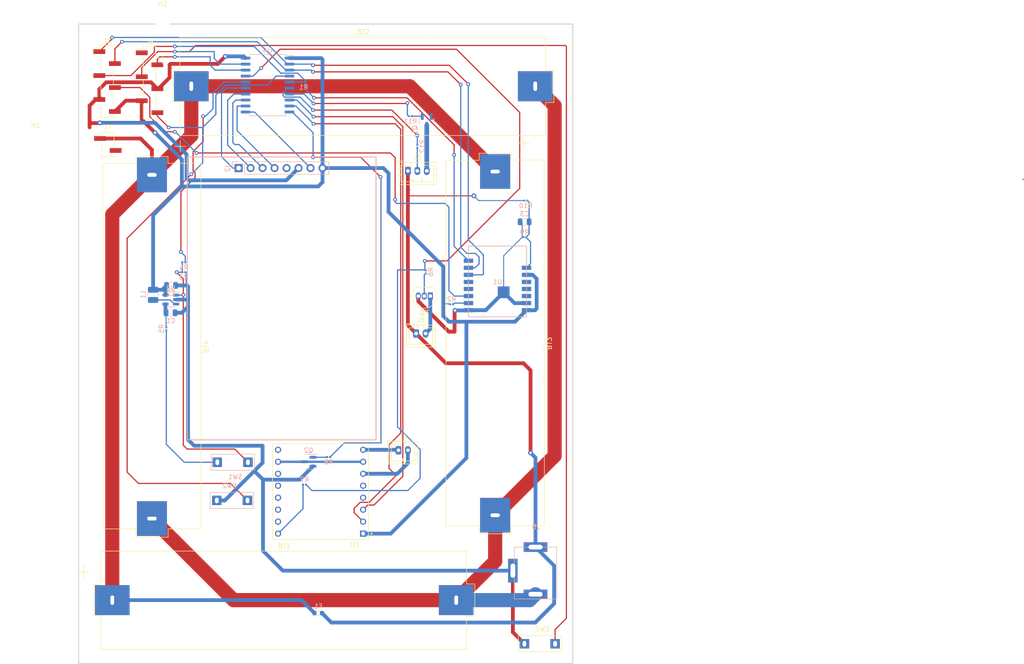
<source format=kicad_pcb>
(kicad_pcb (version 20211014) (generator pcbnew)
  (layers (0 "F.Cu" signal) (31 "B.Cu" signal) (34 "B.Paste" user) (35 "F.Paste" user) (36 "B.SilkS" user "B.Silkscreen") (37 "F.SilkS" user "F.Silkscreen") (38 "B.Mask" user) (39 "F.Mask" user) (44 "Edge.Cuts" user))
  (net 0 "")
  (net 1 "+BATT")
  (net 2 "GND")
  (net 3 "+3V3")
  (net 4 "Net-(C3-Pad1)")
  (net 5 "Net-(J1-Pad1)")
  (net 6 "Net-(J1-Pad3)")
  (net 7 "Net-(J1-Pad2)")
  (net 8 "Net-(J1-Pad4)")
  (net 9 "Net-(J2-Pad1)")
  (net 10 "Net-(J2-Pad2)")
  (net 11 "Net-(J2-Pad4)")
  (net 13 "Net-(J2-Pad7)")
  (net 14 "Net-(J3-Pad2)")
  (net 15 "Net-(J3-Pad3)")
  (net 16 "Net-(J4-Pad1)")
  (net 17 "Net-(J4-Pad2)")
  (net 18 "Net-(J5-Pad2)")
  (net 20 "Net-(J6-Pad3)")
  (net 21 "Net-(J6-Pad2)")
  (net 22 "Net-(J6-Pad6)")
  (net 23 "Net-(L1-Pad2)")
  (net 24 "Net-(Q1-Pad1)")
  (net 25 "Net-(Q2-Pad1)")
  (net 26 "Net-(Q2-Pad3)")
  (net 27 "Net-(Q3-Pad2)")
  (net 28 "Net-(R1-Pad1)")
  (net 29 "Net-(R2-Pad1)")
  (net 30 "Net-(R3-Pad1)")
  (net 31 "Net-(R4-Pad2)")
  (net 32 "Net-(R5-Pad2)")
  (net 33 "Net-(R6-Pad2)")
  (net 34 "Net-(R7-Pad2)")
  (net 35 "Net-(R8-Pad2)")
  (net 36 "Net-(R11-Pad1)")
  (net 46 "Net-(U3-Pad3)")
  (net 49 "Net-(U3-Pad2)")
  (net 52 "Net-(J2-Pad3)")
  (net 53 "Net-(R12-Pad2)")
  (net 54 "/-Battery Unfused")
  (net 55 "/+Battery Unfused")
  (footprint "MJT-General:BatteryHolder_1x18650_TH" (layer "F.Cu") (at 128 90.7925 -90)
    (fp_text reference "BT3")
    (fp_text value "Battery_Cell")
  )
  (footprint "Connector_PinHeader_2.54mm:PinHeader_1x06_P2.54mm_Vertical_SMD_Pin1Left" (layer "F.Cu") (at 45.75 35.25)
    (fp_text reference "J1")
    (fp_text value "ESP Diag")
  )
  (footprint "MountingHole:MountingHole_3.7mm" (layer "F.Cu") (at 112.9 100.9)
    (fp_text reference "H3" hide)
    (fp_text value "Antenna Cable" hide)
  )
  (footprint "Connector_JST:JST_PH_B2B-PH-K_1x02_P2.00mm_Vertical" (layer "F.Cu") (at 111.25 88.7)
    (fp_text reference "J5")
    (fp_text value "PWM Speaker")
  )
  (footprint "MountingHole:MountingHole_3.2mm_M3_DIN965" (layer "F.Cu") (at 30.6 48.4)
    (fp_text reference "H1")
    (fp_text value "Orientation Guide 2")
  )
  (footprint "Connector_PinHeader_2.54mm:PinHeader_1x02_P2.54mm_Vertical_SMD_Pin1Left" (layer "F.Cu") (at 45.9 48.6)
    (fp_text reference "J7")
    (fp_text value "Conn_01x01")
  )
  (footprint "MJT-General:SW_DIP_SPSTx01_Piano_10.8x4.1mm_W7.62mm_P2.54mm" (layer "F.Cu") (at 134.2 154.5)
    (fp_text reference "SW3")
    (fp_text value "Tamper Detect")
  )
  (footprint "Connector_JST:JST_PH_B2B-PH-K_1x02_P2.00mm_Vertical" (layer "F.Cu") (at 107.5 113.45)
    (fp_text reference "J4")
    (fp_text value "DFR Speaker")
  )
  (footprint "DFR0299:MODULE_DFR0299" (layer "F.Cu") (at 91 122.25 180)
    (fp_text reference "U3")
    (fp_text value "DFR0299")
  )
  (footprint "MJT-General:BatteryHolder_1x18650_TH" (layer "F.Cu") (at 100.0425 36.25)
    (fp_text reference "BT2")
    (fp_text value "Battery_Cell")
  )
  (footprint "Connector_JST:JST_PH_B3B-PH-K_1x03_P2.00mm_Vertical" (layer "F.Cu") (at 109.5 54.2)
    (fp_text reference "J3")
    (fp_text value "Neopixel")
  )
  (footprint "Connector_PinHeader_2.54mm:PinHeader_1x06_P2.54mm_Vertical_SMD_Pin1Left" (layer "F.Cu") (at 54.75 35.5)
    (fp_text reference "J6")
    (fp_text value "PIC Diag")
  )
  (footprint "Package_TO_SOT_THT:TO-92_Inline" (layer "F.Cu") (at 114.25 80.75 180)
    (fp_text reference "Q3")
    (fp_text value "BC549")
  )
  (footprint "MountingHole:MountingHole_3.2mm_M3_DIN965" (layer "F.Cu") (at 57.5 22.6)
    (fp_text reference "H2")
    (fp_text value "Orientation Guide 1")
  )
  (footprint "MJT-General:BatteryHolder_1x18650_TH" (layer "F.Cu") (at 83.2925 145.25)
    (fp_text reference "BT1")
    (fp_text value "Battery_Cell")
  )
  (footprint "MJT-General:BatteryHolder_1x18650_TH" (layer "F.Cu") (at 55.25 91.5 -90)
    (fp_text reference "BT4")
    (fp_text value "Battery_Cell")
  )
  (footprint "Capacitor_SMD:C_0805_2012Metric" (layer "B.Cu") (at 59.2 84.3)
    (fp_text reference "C1")
    (fp_text value "LMK212BJ106KG-T" hide)
  )
  (footprint "ESP:ESP-M1" (layer "B.Cu") (at 128.5 77.75 180)
    (fp_text reference "U1")
    (fp_text value "ESP-M1")
  )
  (footprint "MJT-General:SW_DIP_SPSTx01_Piano_10.8x4.1mm_W7.62mm_P2.54mm" (layer "B.Cu") (at 75.5 124.1 180)
    (fp_text reference "SW2")
    (fp_text value "Reset")
  )
  (footprint "Capacitor_SMD:C_0805_2012Metric" (layer "B.Cu") (at 134.25 65 180)
    (fp_text reference "C3")
    (fp_text value "LMK212BJ106KG-T" hide)
  )
  (footprint "Package_SO:SOIC-20W_7.5x12.8mm_P1.27mm" (layer "B.Cu") (at 79.75 36 180)
    (fp_text reference "U4")
    (fp_text value "PIC16F15345-I/SO")
  )
  (footprint "Resistor_SMD:R_0201_0603Metric" (layer "B.Cu") (at 134.5 60.5)
    (fp_text reference "R10")
    (fp_text value "10M")
  )
  (footprint "Resistor_SMD:R_0201_0603Metric" (layer "B.Cu") (at 87.595 120.75 180)
    (fp_text reference "R7")
    (fp_text value "100R")
  )
  (footprint "Capacitor_SMD:C_0805_2012Metric" (layer "B.Cu") (at 59.3 78.5)
    (fp_text reference "C2")
    (fp_text value "LMK212BJ106KG-T" hide)
  )
  (footprint "Connector_PinHeader_2.54mm:PinHeader_1x08_P2.54mm_Vertical" (layer "B.Cu") (at 73.625 53.6 -90)
    (fp_text reference "J2")
    (fp_text value "RFID Reader")
  )
  (footprint "Resistor_SMD:R_0201_0603Metric" (layer "B.Cu") (at 111.5 49 90)
    (fp_text reference "R12")
    (fp_text value "220R")
  )
  (footprint "MJT-General:PJ-028B Barrel Connector" (layer "B.Cu") (at 136.55 144 180)
    (fp_text reference "J8")
    (fp_text value "Barrel_Jack_Switch")
  )
  (footprint "Resistor_SMD:R_0201_0603Metric" (layer "B.Cu") (at 87.4 35.4)
    (fp_text reference "R1")
    (fp_text value "10k")
  )
  (footprint "Package_TO_SOT_SMD:SOT-23" (layer "B.Cu") (at 88.45 115.9 180)
    (fp_text reference "Q2")
    (fp_text value "MGSF2N02EL")
  )
  (footprint "MJT-General:SW_DIP_SPSTx01_Piano_10.8x4.1mm_W7.62mm_P2.54mm" (layer "B.Cu") (at 69.1 116)
    (fp_text reference "SW1")
    (fp_text value "Power On")
  )
  (footprint "Resistor_SMD:R_0201_0603Metric" (layer "B.Cu") (at 110 42.6)
    (fp_text reference "R11")
    (fp_text value "100R")
  )
  (footprint "Package_TO_SOT_SMD:TSOT-23-5" (layer "B.Cu") (at 59.25 81.5 180)
    (fp_text reference "U2")
    (fp_text value "PAM2301CAAB330" hide)
  )
  (footprint "Resistor_SMD:R_0201_0603Metric" (layer "B.Cu") (at 58.3 87.7 -90)
    (fp_text reference "R5")
    (fp_text value "20k")
  )
  (footprint "Resistor_SMD:R_0201_0603Metric" (layer "B.Cu") (at 92.7 114.9)
    (fp_text reference "R8")
    (fp_text value "100R")
  )
  (footprint "Resistor_SMD:R_0201_0603Metric" (layer "B.Cu") (at 62 73.6)
    (fp_text reference "R4")
    (fp_text value "10k")
  )
  (footprint "Package_TO_SOT_SMD:SOT-23" (layer "B.Cu") (at 113.5 43.6 -90)
    (fp_text reference "Q1")
    (fp_text value "MGSF2N02EL")
  )
  (footprint "Resistor_SMD:R_0201_0603Metric" (layer "B.Cu") (at 134.25 68.25 180)
    (fp_text reference "R9")
    (fp_text value "2M")
  )
  (footprint "Fuse:Fuse_0603_1608Metric" (layer "B.Cu") (at 90.5 148 180)
    (fp_text reference "F1")
    (fp_text value "Fuse")
  )
  (footprint "Resistor_SMD:R_0201_0603Metric" (layer "B.Cu") (at 62 75.7)
    (fp_text reference "R3")
    (fp_text value "20k")
  )
  (footprint "Inductor_SMD:L_1008_2520Metric" (layer "B.Cu") (at 55.5 80.5 -90)
    (fp_text reference "L1")
    (fp_text value "MAKK2520T4R7M" hide)
  )
  (footprint "Resistor_SMD:R_0201_0603Metric" (layer "B.Cu") (at 113.27 75.64 90)
    (fp_text reference "R6")
    (fp_text value "220R")
  )
  (footprint "Resistor_SMD:R_0201_0603Metric" (layer "B.Cu") (at 118.75 82.5 180)
    (fp_text reference "R2")
    (fp_text value "10k")
  )
  (gr_rect (start 240 56) (end 239.75 56) (layer "F.Cu") (width 0.2) (fill none))
  (gr_rect (start 62.75 51.25) (end 102.75 111.25) (layer "B.SilkS") (width 0.2) (fill none))
  (gr_rect (start 39.7 23.05) (end 144.45 158.7) (layer "Edge.Cuts") (width 0.2) (fill none))
  (segment (start 117.55 95) (end 134 95) (width 0.8) (layer "F.Cu") (net 1))
  (segment (start 109.5 59.5) (end 109.5 86.95) (width 0.8) (layer "F.Cu") (net 1))
  (segment (start 109.5 57.9) (end 109.5 59.5) (width 0.8) (layer "F.Cu") (net 1))
  (segment (start 109.5 86.95) (end 111.25 88.7) (width 0.8) (layer "F.Cu") (net 1))
  (segment (start 135.5 96.5) (end 135.5 114) (width 0.8) (layer "F.Cu") (net 1))
  (segment (start 123.5 59.5) (end 109.5 59.5) (width 0.2) (layer "F.Cu") (net 1))
  (segment (start 109.5 57.9) (end 109.5 54.2) (width 0.8) (layer "F.Cu") (net 1))
  (segment (start 111.25 88.7) (end 117.55 95) (width 0.8) (layer "F.Cu") (net 1))
  (segment (start 134 95) (end 135.5 96.5) (width 0.8) (layer "F.Cu") (net 1))
  (segment (start 109.9 58.3) (end 109.5 57.9) (width 0.2) (layer "F.Cu") (net 1))
  (via (at 123.5 59.5) (size 1) (drill 0.5) (layers "F.Cu" "B.Cu") (net 1))
  (via (at 135.5 114) (size 1) (drill 0.5) (layers "F.Cu" "B.Cu") (net 1))
  (segment (start 58.25 84.3) (end 58.25 87.19048) (width 0.2) (layer "B.Cu") (net 1))
  (segment (start 133 60.5) (end 124.5 60.5) (width 0.2) (layer "B.Cu") (net 1))
  (segment (start 93.2875 150) (end 91.2875 148) (width 0.8) (layer "B.Cu") (net 1))
  (segment (start 140.5 146) (end 136.5 150) (width 0.8) (layer "B.Cu") (net 1))
  (segment (start 136.55 115.05) (end 136.55 134) (width 0.8) (layer "B.Cu") (net 1))
  (segment (start 136.5 150) (end 93.2875 150) (width 0.8) (layer "B.Cu") (net 1))
  (segment (start 135.5 114) (end 136.55 115.05) (width 0.8) (layer "B.Cu") (net 1))
  (segment (start 133 60.5) (end 134.18 60.5) (width 0.2) (layer "B.Cu") (net 1))
  (segment (start 124.5 60.5) (end 123.5 59.5) (width 0.2) (layer "B.Cu") (net 1))
  (segment (start 58.1125 84.1625) (end 58.25 84.3) (width 0.8) (layer "B.Cu") (net 1))
  (segment (start 58.25 87.19048) (end 58.3 87.19048) (width 0.2) (layer "B.Cu") (net 1))
  (segment (start 58.1125 82.45) (end 58.1125 84.1625) (width 0.8) (layer "B.Cu") (net 1))
  (segment (start 140.5 137.95) (end 140.5 146) (width 0.8) (layer "B.Cu") (net 1))
  (segment (start 136.55 134) (end 140.5 137.95) (width 0.8) (layer "B.Cu") (net 1))
  (segment (start 56.63 36.77) (end 59 34.4) (width 0.8) (layer "F.Cu") (net 2))
  (segment (start 59 31.7) (end 59.2 31.5) (width 0.8) (layer "F.Cu") (net 2))
  (segment (start 69.2 31.5) (end 70.8 29.9) (width 0.8) (layer "F.Cu") (net 2))
  (segment (start 59 34.4) (end 59 31.7) (width 0.8) (layer "F.Cu") (net 2))
  (segment (start 55.035 35.4) (end 56.405 36.77) (width 0.8) (layer "F.Cu") (net 2))
  (segment (start 131.75 152.05) (end 131.75 139) (width 0.8) (layer "F.Cu") (net 2))
  (segment (start 111.71 81.85) (end 118.16 88.3) (width 0.8) (layer "F.Cu") (net 2))
  (segment (start 119.4 88.3) (end 119.4 83.9) (width 0.8) (layer "F.Cu") (net 2))
  (segment (start 69.1 31.5) (end 69.2 31.5) (width 0.8) (layer "F.Cu") (net 2))
  (segment (start 45.570978 35.4) (end 55.035 35.4) (width 0.8) (layer "F.Cu") (net 2))
  (segment (start 59.2 31.5) (end 69.1 31.5) (width 0.8) (layer "F.Cu") (net 2))
  (segment (start 44.14 44.06) (end 44.2 44) (width 0.8) (layer "F.Cu") (net 2))
  (segment (start 44.095 36.875978) (end 45.570978 35.4) (width 0.8) (layer "F.Cu") (net 2))
  (segment (start 42.04 44.06) (end 44.14 44.06) (width 0.8) (layer "F.Cu") (net 2))
  (segment (start 119.4 83.9) (end 119.5 83.8) (width 0.8) (layer "F.Cu") (net 2))
  (segment (start 134.2 154.5) (end 131.75 152.05) (width 0.8) (layer "F.Cu") (net 2))
  (segment (start 111.71 80.75) (end 111.71 81.85) (width 0.8) (layer "F.Cu") (net 2))
  (segment (start 42.04 40.36) (end 42.04 44.06) (width 0.8) (layer "F.Cu") (net 2))
  (segment (start 44.095 39.06) (end 44.095 36.875978) (width 0.8) (layer "F.Cu") (net 2))
  (segment (start 44.095 39.06) (end 43.34 39.06) (width 0.8) (layer "F.Cu") (net 2))
  (segment (start 43.34 39.06) (end 42.04 40.36) (width 0.8) (layer "F.Cu") (net 2))
  (segment (start 42.04 44.06) (end 42.04 44.96) (width 0.8) (layer "F.Cu") (net 2))
  (segment (start 56.405 36.77) (end 56.63 36.77) (width 0.8) (layer "F.Cu") (net 2))
  (segment (start 118.16 88.3) (end 119.4 88.3) (width 0.8) (layer "F.Cu") (net 2))
  (via (at 44.2 44) (size 1) (drill 0.5) (layers "F.Cu" "B.Cu") (net 2))
  (via (at 119.5 83.8) (size 1) (drill 0.5) (layers "F.Cu" "B.Cu") (net 2))
  (via (at 70.8 29.9) (size 1) (drill 0.5) (layers "F.Cu" "B.Cu") (net 2))
  (segment (start 119.5 83.8) (end 122.3 83.8) (width 0.8) (layer "B.Cu") (net 2))
  (segment (start 55.9 44) (end 62.600489 50.700489) (width 0.8) (layer "B.Cu") (net 2))
  (segment (start 86.543989 119.693511) (end 78.793511 119.693511) (width 0.8) (layer "B.Cu") (net 2))
  (segment (start 89.3875 116.85) (end 86.543989 119.693511) (width 0.8) (layer "B.Cu") (net 2))
  (segment (start 132.1 82.25) (end 129.8 79.95) (width 0.8) (layer "B.Cu") (net 2))
  (segment (start 70.699022 124.1) (end 69 124.1) (width 0.8) (layer "B.Cu") (net 2))
  (segment (start 44.2 44) (end 55.9 44) (width 0.8) (layer "B.Cu") (net 2))
  (segment (start 63 56.2) (end 83.725 56.2) (width 0.8) (layer "B.Cu") (net 2))
  (segment (start 62.9 81.4) (end 62.9 78.7) (width 0.8) (layer "B.Cu") (net 2))
  (segment (start 133.3 65) (end 133.74048 65.44048) (width 0.2) (layer "B.Cu") (net 2))
  (segment (start 62.9 111.2) (end 64.2 112.5) (width 0.8) (layer "B.Cu") (net 2))
  (segment (start 62.8 81.5) (end 62.9 81.4) (width 0.8) (layer "B.Cu") (net 2))
  (segment (start 60.15 84.3) (end 61.6 84.3) (width 0.8) (layer "B.Cu") (net 2))
  (segment (start 78.793511 119.693511) (end 76.949511 117.849511) (width 0.8) (layer "B.Cu") (net 2))
  (segment (start 62.600489 55.800489) (end 63 56.2) (width 0.8) (layer "B.Cu") (net 2))
  (segment (start 62.600489 50.700489) (end 62.600489 55.800489) (width 0.8) (layer "B.Cu") (net 2))
  (segment (start 129.8 79.95) (end 129.8 72.19048) (width 0.2) (layer "B.Cu") (net 2))
  (segment (start 74.715 29.9) (end 75.1 30.285) (width 0.8) (layer "B.Cu") (net 2))
  (segment (start 62.7 78.5) (end 60.25 78.5) (width 0.8) (layer "B.Cu") (net 2))
  (segment (start 131.75 139) (end 83 139) (width 0.8) (layer "B.Cu") (net 2))
  (segment (start 62.9 83) (end 62.9 111.2) (width 0.8) (layer "B.Cu") (net 2))
  (segment (start 78.793511 134.793511) (end 78.793511 119.693511) (width 0.8) (layer "B.Cu") (net 2))
  (segment (start 122.3 83.8) (end 122.35 83.75) (width 0.8) (layer "B.Cu") (net 2))
  (segment (start 62.9 78.7) (end 62.7 78.5) (width 0.8) (layer "B.Cu") (net 2))
  (segment (start 122.35 83.75) (end 126 83.75) (width 0.8) (layer "B.Cu") (net 2))
  (segment (start 133.74048 65.44048) (end 133.74048 68.25) (width 0.2) (layer "B.Cu") (net 2))
  (segment (start 129.8 72.19048) (end 133.74048 68.25) (width 0.2) (layer "B.Cu") (net 2))
  (segment (start 62.9 83) (end 62.9 81.4) (width 0.8) (layer "B.Cu") (net 2))
  (segment (start 78.7 116.099022) (end 70.699022 124.1) (width 0.8) (layer "B.Cu") (net 2))
  (segment (start 62.50952 78.30952) (end 62.50952 75.7) (width 0.25) (layer "B.Cu") (net 2))
  (segment (start 126 83.75) (end 129.8 79.95) (width 0.8) (layer "B.Cu") (net 2))
  (segment (start 83 139) (end 78.793511 134.793511) (width 0.8) (layer "B.Cu") (net 2))
  (segment (start 70.8 29.9) (end 74.715 29.9) (width 0.8) (layer "B.Cu") (net 2))
  (segment (start 61.6 84.3) (end 62.9 83) (width 0.8) (layer "B.Cu") (net 2))
  (segment (start 60.3875 81.5) (end 62.8 81.5) (width 0.8) (layer "B.Cu") (net 2))
  (segment (start 64.2 112.5) (end 78.7 112.5) (width 0.8) (layer "B.Cu") (net 2))
  (segment (start 78.7 112.5) (end 78.7 116.099022) (width 0.8) (layer "B.Cu") (net 2))
  (segment (start 134.65 82.25) (end 132.1 82.25) (width 0.8) (layer "B.Cu") (net 2))
  (segment (start 83.725 56.2) (end 86.325 53.6) (width 0.8) (layer "B.Cu") (net 2))
  (segment (start 53.095 39.31) (end 49.695 39.31) (width 0.8) (layer "F.Cu") (net 3))
  (segment (start 53.095 43.295) (end 55.9 46.1) (width 0.8) (layer "F.Cu") (net 3))
  (segment (start 53.095 39.31) (end 53.095 43.295) (width 0.8) (layer "F.Cu") (net 3))
  (segment (start 49.695 39.31) (end 47.405 41.6) (width 0.8) (layer "F.Cu") (net 3))
  (via (at 55.9 46.1) (size 1) (drill 0.5) (layers "F.Cu" "B.Cu") (net 3))
  (segment (start 117 82.4) (end 117 85) (width 0.8) (layer "B.Cu") (net 3))
  (segment (start 58.1125 78.7375) (end 58.35 78.5) (width 0.8) (layer "B.Cu") (net 3))
  (segment (start 117 85) (end 118.2 86.2) (width 0.8) (layer "B.Cu") (net 3))
  (segment (start 61.6 57.5) (end 90.5 57.5) (width 0.8) (layer "B.Cu") (net 3))
  (segment (start 55.5 79.425) (end 55.5 63.6) (width 0.8) (layer "B.Cu") (net 3))
  (segment (start 57.425 79.425) (end 58.35 78.5) (width 0.8) (layer "B.Cu") (net 3))
  (segment (start 90.5 57.5) (end 91.405 56.595) (width 0.8) (layer "B.Cu") (net 3))
  (segment (start 132.2 86.2) (end 121.9 86.2) (width 0.8) (layer "B.Cu") (net 3))
  (segment (start 55.5 79.425) (end 57.425 79.425) (width 0.8) (layer "B.Cu") (net 3))
  (segment (start 136.8 83.4) (end 136.45 83.75) (width 0.8) (layer "B.Cu") (net 3))
  (segment (start 91.115 30.285) (end 91.405 30.575) (width 0.8) (layer "B.Cu") (net 3))
  (segment (start 91.405 56.595) (end 91.405 53.6) (width 0.8) (layer "B.Cu") (net 3))
  (segment (start 136.45 83.75) (end 134.65 83.75) (width 0.8) (layer "B.Cu") (net 3))
  (segment (start 134.65 76.25) (end 135.95 76.25) (width 0.8) (layer "B.Cu") (net 3))
  (segment (start 84.4 30.285) (end 91.115 30.285) (width 0.8) (layer "B.Cu") (net 3))
  (segment (start 136.8 77.1) (end 136.8 83.4) (width 0.8) (layer "B.Cu") (net 3))
  (segment (start 100.017 131.14) (end 105.86 131.14) (width 0.8) (layer "B.Cu") (net 3))
  (segment (start 121.9 115.1) (end 121.9 86.2) (width 0.8) (layer "B.Cu") (net 3))
  (segment (start 104.3 53.6) (end 105.4 54.7) (width 0.8) (layer "B.Cu") (net 3))
  (segment (start 91.405 30.575) (end 91.405 53.6) (width 0.8) (layer "B.Cu") (net 3))
  (segment (start 117 74.5) (end 117 82.4) (width 0.8) (layer "B.Cu") (net 3))
  (segment (start 55.5 63.6) (end 61.6 57.5) (width 0.8) (layer "B.Cu") (net 3))
  (segment (start 118.2 86.2) (end 121.9 86.2) (width 0.8) (layer "B.Cu") (net 3))
  (segment (start 91.405 53.6) (end 104.3 53.6) (width 0.8) (layer "B.Cu") (net 3))
  (segment (start 118.24048 82.4) (end 118.24048 82.5) (width 0.2) (layer "B.Cu") (net 3))
  (segment (start 105.4 62.9) (end 117 74.5) (width 0.8) (layer "B.Cu") (net 3))
  (segment (start 105.86 131.14) (end 121.9 115.1) (width 0.8) (layer "B.Cu") (net 3))
  (segment (start 61.6 57.5) (end 61.6 51.8) (width 0.8) (layer "B.Cu") (net 3))
  (segment (start 58.1125 80.55) (end 58.1125 78.7375) (width 0.8) (layer "B.Cu") (net 3))
  (segment (start 105.4 54.7) (end 105.4 62.9) (width 0.8) (layer "B.Cu") (net 3))
  (segment (start 117 82.4) (end 118.24048 82.4) (width 0.2) (layer "B.Cu") (net 3))
  (segment (start 61.6 51.8) (end 55.9 46.1) (width 0.8) (layer "B.Cu") (net 3))
  (segment (start 134.65 83.75) (end 132.2 86.2) (width 0.8) (layer "B.Cu") (net 3))
  (segment (start 135.95 76.25) (end 136.8 77.1) (width 0.8) (layer "B.Cu") (net 3))
  (segment (start 134.57 68.25) (end 134.57 68.32) (width 0.25) (layer "B.Cu") (net 4))
  (segment (start 135.2 65) (end 135.2 67.62) (width 0.25) (layer "B.Cu") (net 4))
  (segment (start 135.2 67.62) (end 134.57 68.25) (width 0.25) (layer "B.Cu") (net 4))
  (segment (start 135.5 69.25) (end 135.5 73.9) (width 0.25) (layer "B.Cu") (net 4))
  (segment (start 135.2 60.88) (end 135.2 65) (width 0.25) (layer "B.Cu") (net 4))
  (segment (start 135.5 73.9) (end 134.65 74.75) (width 0.25) (layer "B.Cu") (net 4))
  (segment (start 134.57 68.32) (end 135.5 69.25) (width 0.25) (layer "B.Cu") (net 4))
  (segment (start 134.82 60.5) (end 135.2 60.88) (width 0.25) (layer "B.Cu") (net 4))
  (segment (start 46.8 26.195) (end 46.8 25.9) (width 0.25) (layer "F.Cu") (net 5))
  (segment (start 44.095 28.9) (end 46.8 26.195) (width 0.25) (layer "F.Cu") (net 5))
  (segment (start 118.3 31.8) (end 122.3 35.8) (width 0.25) (layer "F.Cu") (net 5))
  (segment (start 89.4 31.8) (end 118.3 31.8) (width 0.25) (layer "F.Cu") (net 5))
  (via (at 122.3 35.8) (size 0.8) (drill 0.4) (layers "F.Cu" "B.Cu") (net 5))
  (via (at 89.4 31.8) (size 0.8) (drill 0.4) (layers "F.Cu" "B.Cu") (net 5))
  (via (at 46.8 25.9) (size 0.8) (drill 0.4) (layers "F.Cu" "B.Cu") (net 5))
  (segment (start 122.3 35.8) (end 122.3 68.8) (width 0.25) (layer "B.Cu") (net 5))
  (segment (start 125.5 76.1) (end 125.35 76.25) (width 0.25) (layer "B.Cu") (net 5))
  (segment (start 83.973928 31.555) (end 78.318928 25.9) (width 0.25) (layer "B.Cu") (net 5))
  (segment (start 125.5 72) (end 125.5 76.1) (width 0.25) (layer "B.Cu") (net 5))
  (segment (start 78.318928 25.9) (end 46.8 25.9) (width 0.25) (layer "B.Cu") (net 5))
  (segment (start 84.4 31.555) (end 89.155 31.555) (width 0.25) (layer "B.Cu") (net 5))
  (segment (start 84.4 31.555) (end 83.973928 31.555) (width 0.25) (layer "B.Cu") (net 5))
  (segment (start 89.155 31.555) (end 89.4 31.8) (width 0.25) (layer "B.Cu") (net 5))
  (segment (start 122.3 68.8) (end 125.5 72) (width 0.25) (layer "B.Cu") (net 5))
  (segment (start 125.35 76.25) (end 122.35 76.25) (width 0.25) (layer "B.Cu") (net 5))
  (segment (start 50.784282 33.98) (end 55.764282 29) (width 0.25) (layer "F.Cu") (net 6))
  (segment (start 44.095 33.98) (end 50.784282 33.98) (width 0.25) (layer "F.Cu") (net 6))
  (segment (start 55.764282 27.8) (end 60.1 27.8) (width 0.25) (layer "F.Cu") (net 6))
  (segment (start 55.764282 29) (end 55.764282 27.8) (width 0.25) (layer "F.Cu") (net 6))
  (segment (start 119.3 48.675386) (end 119.3 50.8) (width 0.25) (layer "F.Cu") (net 6))
  (segment (start 109.324614 38.7) (end 119.3 48.675386) (width 0.25) (layer "F.Cu") (net 6))
  (segment (start 89.6 38.7) (end 109.324614 38.7) (width 0.25) (layer "F.Cu") (net 6))
  (via (at 60.1 27.8) (size 0.8) (drill 0.4) (layers "F.Cu" "B.Cu") (net 6))
  (via (at 89.6 38.7) (size 0.8) (drill 0.4) (layers "F.Cu" "B.Cu") (net 6))
  (via (at 119.3 50.8) (size 0.8) (drill 0.4) (layers "F.Cu" "B.Cu") (net 6))
  (segment (start 87.72 35.4) (end 87.72 36.82) (width 0.25) (layer "B.Cu") (net 6))
  (segment (start 119.3 50.8) (end 119.3 70.2) (width 0.25) (layer "B.Cu") (net 6))
  (segment (start 82.52952 33.42952) (end 82.52952 33.47048) (width 0.25) (layer "B.Cu") (net 6))
  (segment (start 119.3 70.2) (end 122.35 73.25) (width 0.25) (layer "B.Cu") (net 6))
  (segment (start 87.72 35.02) (end 87.72 35.4) (width 0.25) (layer "B.Cu") (net 6))
  (segment (start 87.72 35.04952) (end 86.14096 33.47048) (width 0.25) (layer "B.Cu") (net 6))
  (segment (start 86.14096 33.47048) (end 82.52952 33.47048) (width 0.25) (layer "B.Cu") (net 6))
  (segment (start 76.9 27.8) (end 82.52952 33.42952) (width 0.25) (layer "B.Cu") (net 6))
  (segment (start 60.1 27.8) (end 76.9 27.8) (width 0.25) (layer "B.Cu") (net 6))
  (segment (start 87.72 36.82) (end 89.6 38.7) (width 0.25) (layer "B.Cu") (net 6))
  (segment (start 47.405 31.44) (end 47.405 28.295) (width 0.25) (layer "F.Cu") (net 7))
  (segment (start 89.4 33.2) (end 117.1 33.2) (width 0.25) (layer "F.Cu") (net 7))
  (segment (start 118 33.2) (end 120.7 35.9) (width 0.25) (layer "F.Cu") (net 7))
  (segment (start 47.405 28.295) (end 48.9 26.8) (width 0.25) (layer "F.Cu") (net 7))
  (segment (start 117.1 33.2) (end 118 33.2) (width 0.25) (layer "F.Cu") (net 7))
  (via (at 89.4 33.2) (size 0.8) (drill 0.4) (layers "F.Cu" "B.Cu") (net 7))
  (via (at 120.7 35.9) (size 0.8) (drill 0.4) (layers "F.Cu" "B.Cu") (net 7))
  (via (at 48.9 26.8) (size 0.8) (drill 0.4) (layers "F.Cu" "B.Cu") (net 7))
  (segment (start 123.75 74.75) (end 122.35 74.75) (width 0.25) (layer "B.Cu") (net 7))
  (segment (start 83.625 32.825) (end 77.6 26.8) (width 0.25) (layer "B.Cu") (net 7))
  (segment (start 84.4 32.825) (end 83.625 32.825) (width 0.25) (layer "B.Cu") (net 7))
  (segment (start 124.6 72.5) (end 124.6 73.9) (width 0.25) (layer "B.Cu") (net 7))
  (segment (start 120.7 35.9) (end 120.7 70.4) (width 0.25) (layer "B.Cu") (net 7))
  (segment (start 124.6 73.9) (end 123.75 74.75) (width 0.25) (layer "B.Cu") (net 7))
  (segment (start 120.7 70.4) (end 122 71.7) (width 0.25) (layer "B.Cu") (net 7))
  (segment (start 84.4 32.825) (end 89.025 32.825) (width 0.25) (layer "B.Cu") (net 7))
  (segment (start 123.8 71.7) (end 124.6 72.5) (width 0.25) (layer "B.Cu") (net 7))
  (segment (start 122 71.7) (end 123.8 71.7) (width 0.25) (layer "B.Cu") (net 7))
  (segment (start 89.025 32.825) (end 89.4 33.2) (width 0.25) (layer "B.Cu") (net 7))
  (segment (start 77.6 26.8) (end 48.9 26.8) (width 0.25) (layer "B.Cu") (net 7))
  (segment (start 54.8 38.610978) (end 54.8 42.7) (width 0.25) (layer "F.Cu") (net 8))
  (segment (start 52.709022 36.52) (end 54.8 38.610978) (width 0.25) (layer "F.Cu") (net 8))
  (segment (start 106.8 51.4) (end 106.8 60.3) (width 0.25) (layer "F.Cu") (net 8))
  (segment (start 64.7 50.4) (end 105.8 50.4) (width 0.25) (layer "F.Cu") (net 8))
  (segment (start 47.405 36.52) (end 52.709022 36.52) (width 0.25) (layer "F.Cu") (net 8))
  (segment (start 54.8 42.7) (end 58 45.9) (width 0.25) (layer "F.Cu") (net 8))
  (segment (start 58 45.9) (end 60.1 45.9) (width 0.25) (layer "F.Cu") (net 8))
  (segment (start 105.8 50.4) (end 106.8 51.4) (width 0.25) (layer "F.Cu") (net 8))
  (via (at 60.1 45.9) (size 0.8) (drill 0.4) (layers "F.Cu" "B.Cu") (net 8))
  (via (at 64.7 50.4) (size 0.8) (drill 0.4) (layers "F.Cu" "B.Cu") (net 8))
  (via (at 106.8 60.3) (size 0.8) (drill 0.4) (layers "F.Cu" "B.Cu") (net 8))
  (segment (start 64.7 50.4) (end 60.2 45.9) (width 0.25) (layer "B.Cu") (net 8))
  (segment (start 106.8 60.8) (end 106.8 60.3) (width 0.25) (layer "B.Cu") (net 8))
  (segment (start 60.2 45.9) (end 60.1 45.9) (width 0.25) (layer "B.Cu") (net 8))
  (segment (start 117.4 61.1) (end 107.1 61.1) (width 0.25) (layer "B.Cu") (net 8))
  (segment (start 118.2 79.6) (end 118.2 61.9) (width 0.25) (layer "B.Cu") (net 8))
  (segment (start 107.1 61.1) (end 106.8 60.8) (width 0.25) (layer "B.Cu") (net 8))
  (segment (start 118.2 61.9) (end 117.4 61.1) (width 0.25) (layer "B.Cu") (net 8))
  (segment (start 122.35 80.75) (end 119.35 80.75) (width 0.25) (layer "B.Cu") (net 8))
  (segment (start 119.35 80.75) (end 118.2 79.6) (width 0.25) (layer "B.Cu") (net 8))
  (segment (start 70.965 36.635) (end 75.1 36.635) (width 0.25) (layer "B.Cu") (net 9))
  (segment (start 73.625 53.6) (end 72.4 53.6) (width 0.25) (layer "B.Cu") (net 9))
  (segment (start 72.4 53.6) (end 70 51.2) (width 0.25) (layer "B.Cu") (net 9))
  (segment (start 70 51.2) (end 70 37.6) (width 0.25) (layer "B.Cu") (net 9))
  (segment (start 70 37.6) (end 70.965 36.635) (width 0.25) (layer "B.Cu") (net 9))
  (segment (start 71.3 48.735) (end 71.3 39.2) (width 0.25) (layer "B.Cu") (net 10))
  (segment (start 76.165 53.6) (end 71.3 48.735) (width 0.25) (layer "B.Cu") (net 10))
  (segment (start 71.3 39.2) (end 72.595 37.905) (width 0.25) (layer "B.Cu") (net 10))
  (segment (start 72.595 37.905) (end 75.1 37.905) (width 0.25) (layer "B.Cu") (net 10))
  (segment (start 73.3 45.655) (end 73.3 40.5) (width 0.25) (layer "B.Cu") (net 11))
  (segment (start 73.355 40.445) (end 75.1 40.445) (width 0.25) (layer "B.Cu") (net 11))
  (segment (start 73.3 40.5) (end 73.355 40.445) (width 0.25) (layer "B.Cu") (net 11))
  (segment (start 81.245 53.6) (end 73.3 45.655) (width 0.25) (layer "B.Cu") (net 11))
  (segment (start 76.98 41.715) (end 75.1 41.715) (width 0.25) (layer "B.Cu") (net 13))
  (segment (start 88.865 53.6) (end 76.98 41.715) (width 0.25) (layer "B.Cu") (net 13))
  (segment (start 111.5 49.32) (end 111.5 54.2) (width 0.25) (layer "B.Cu") (net 14))
  (segment (start 113.5 44.5375) (end 113.5 54.2) (width 1) (layer "B.Cu") (net 15))
  (segment (start 107.5 113.45) (end 107.41 113.36) (width 0.25) (layer "B.Cu") (net 16))
  (segment (start 107.41 113.36) (end 100.017 113.36) (width 0.8) (layer "B.Cu") (net 16))
  (segment (start 100.017 118.44) (end 104.51 118.44) (width 0.8) (layer "B.Cu") (net 17))
  (segment (start 109.5 113.45) (end 109.5 116.2) (width 0.8) (layer "B.Cu") (net 17))
  (segment (start 107.26 118.44) (end 104.51 118.44) (width 0.8) (layer "B.Cu") (net 17))
  (segment (start 109.5 116.2) (end 107.26 118.44) (width 0.8) (layer "B.Cu") (net 17))
  (segment (start 114.25 87.7) (end 113.25 88.7) (width 0.8) (layer "B.Cu") (net 18))
  (segment (start 114.25 80.75) (end 114.25 87.7) (width 0.8) (layer "B.Cu") (net 18))
  (segment (start 140.7 151.5) (end 140.7 154.5) (width 0.25) (layer "F.Cu") (net 20))
  (segment (start 53.095 34.23) (end 53.095 32.305) (width 0.25) (layer "F.Cu") (net 20))
  (segment (start 143.1 149.1) (end 140.7 151.5) (width 0.25) (layer "F.Cu") (net 20))
  (segment (start 60.1 28.9) (end 63.2 28.9) (width 0.25) (layer "F.Cu") (net 20))
  (segment (start 63.2 28.9) (end 64.5 27.6) (width 0.25) (layer "F.Cu") (net 20))
  (segment (start 142.9 27.6) (end 143.1 27.8) (width 0.25) (layer "F.Cu") (net 20))
  (segment (start 53.095 32.305) (end 56.5 28.9) (width 0.25) (layer "F.Cu") (net 20))
  (segment (start 64.5 27.6) (end 142.9 27.6) (width 0.25) (layer "F.Cu") (net 20))
  (segment (start 56.5 28.9) (end 60.1 28.9) (width 0.25) (layer "F.Cu") (net 20))
  (segment (start 143.1 27.8) (end 143.1 149.1) (width 0.25) (layer "F.Cu") (net 20))
  (via (at 60.1 28.9) (size 0.8) (drill 0.4) (layers "F.Cu" "B.Cu") (net 20))
  (segment (start 60.15 28.9) (end 68.45 28.9) (width 0.25) (layer "B.Cu") (net 20))
  (segment (start 69.655 31.555) (end 75.1 31.555) (width 0.25) (layer "B.Cu") (net 20))
  (segment (start 68.45 28.9) (end 68.45 30.35) (width 0.25) (layer "B.Cu") (net 20))
  (segment (start 68.45 30.35) (end 69.655 31.555) (width 0.25) (layer "B.Cu") (net 20))
  (segment (start 56.9 30) (end 60.1 30) (width 0.25) (layer "F.Cu") (net 21))
  (segment (start 56.405 30.495) (end 56.9 30) (width 0.25) (layer "F.Cu") (net 21))
  (segment (start 56.405 31.69) (end 56.405 30.495) (width 0.25) (layer "F.Cu") (net 21))
  (via (at 60.1 30) (size 0.8) (drill 0.4) (layers "F.Cu" "B.Cu") (net 21))
  (segment (start 67.6 30) (end 67.6 31.8) (width 0.25) (layer "B.Cu") (net 21))
  (segment (start 68.625 32.825) (end 75.1 32.825) (width 0.25) (layer "B.Cu") (net 21))
  (segment (start 67.6 31.8) (end 68.625 32.825) (width 0.25) (layer "B.Cu") (net 21))
  (segment (start 60.1 30) (end 67.6 30) (width 0.25) (layer "B.Cu") (net 21))
  (segment (start 71.9 120.5) (end 75.5 124.1) (width 0.25) (layer "F.Cu") (net 22))
  (segment (start 50 118.1) (end 52.4 120.5) (width 0.25) (layer "F.Cu") (net 22))
  (segment (start 56.405 42.605) (end 58.8 45) (width 0.25) (layer "F.Cu") (net 22))
  (segment (start 63.6 54.9) (end 50 68.5) (width 0.25) (layer "F.Cu") (net 22))
  (segment (start 50 68.5) (end 50 118.1) (width 0.25) (layer "F.Cu") (net 22))
  (segment (start 52.4 120.5) (end 71.9 120.5) (width 0.25) (layer "F.Cu") (net 22))
  (segment (start 56.405 41.85) (end 56.405 42.605) (width 0.25) (layer "F.Cu") (net 22))
  (via (at 58.8 45) (size 0.8) (drill 0.4) (layers "F.Cu" "B.Cu") (net 22))
  (via (at 63.6 54.9) (size 0.8) (drill 0.4) (layers "F.Cu" "B.Cu") (net 22))
  (segment (start 66 45) (end 66 52.5) (width 0.25) (layer "B.Cu") (net 22))
  (segment (start 68.8 42.2) (end 68.8 38.164282) (width 0.25) (layer "B.Cu") (net 22))
  (segment (start 81.605 34.095) (end 84.4 34.095) (width 0.25) (layer "B.Cu") (net 22))
  (segment (start 79.71048 35.98952) (end 81.605 34.095) (width 0.25) (layer "B.Cu") (net 22))
  (segment (start 68.8 38.164282) (end 70.974762 35.98952) (width 0.25) (layer "B.Cu") (net 22))
  (segment (start 70.974762 35.98952) (end 79.71048 35.98952) (width 0.25) (layer "B.Cu") (net 22))
  (segment (start 58.8 45) (end 66 45) (width 0.25) (layer "B.Cu") (net 22))
  (segment (start 66 45) (end 68.8 42.2) (width 0.25) (layer "B.Cu") (net 22))
  (segment (start 66 52.5) (end 63.6 54.9) (width 0.25) (layer "B.Cu") (net 22))
  (segment (start 60.003928 82.45) (end 60.3875 82.45) (width 0.25) (layer "B.Cu") (net 23))
  (segment (start 55.5 81.575) (end 59.128928 81.575) (width 0.25) (layer "B.Cu") (net 23))
  (segment (start 59.128928 81.575) (end 60.003928 82.45) (width 0.25) (layer "B.Cu") (net 23))
  (segment (start 110.32 42.6) (end 112.4875 42.6) (width 0.25) (layer "B.Cu") (net 24))
  (segment (start 112.4875 42.6) (end 112.55 42.6625) (width 0.25) (layer "B.Cu") (net 24))
  (segment (start 92.33 114.95) (end 92.38 114.9) (width 0.25) (layer "B.Cu") (net 25))
  (segment (start 89.3875 114.95) (end 92.33 114.95) (width 0.25) (layer "B.Cu") (net 25))
  (segment (start 81.983 115.9) (end 87.5125 115.9) (width 0.5) (layer "B.Cu") (net 26))
  (segment (start 87.5125 115.9) (end 100.017 115.9) (width 0.5) (layer "B.Cu") (net 26))
  (segment (start 113.27 75.96) (end 112.98 76.25) (width 0.25) (layer "B.Cu") (net 27))
  (segment (start 112.98 76.25) (end 112.98 80.75) (width 0.25) (layer "B.Cu") (net 27))
  (segment (start 87.045 35.365) (end 87.08 35.4) (width 0.25) (layer "B.Cu") (net 28))
  (segment (start 84.4 35.365) (end 87.045 35.365) (width 0.25) (layer "B.Cu") (net 28))
  (segment (start 119.32 82.25) (end 119.07 82.5) (width 0.25) (layer "B.Cu") (net 29))
  (segment (start 122.35 82.25) (end 119.32 82.25) (width 0.25) (layer "B.Cu") (net 29))
  (segment (start 61.9 80.5005) (end 61.9 77.3) (width 0.25) (layer "F.Cu") (net 30))
  (segment (start 61.9 112.4) (end 62.7 113.2) (width 0.25) (layer "F.Cu") (net 30))
  (segment (start 61.9 77.3) (end 61.9 77.1) (width 0.25) (layer "F.Cu") (net 30))
  (segment (start 62.7 113.2) (end 72.8 113.2) (width 0.25) (layer "F.Cu") (net 30))
  (segment (start 72.8 113.2) (end 75.6 116) (width 0.25) (layer "F.Cu") (net 30))
  (segment (start 61.9 80.5005) (end 61.9 112.4) (width 0.25) (layer "F.Cu") (net 30))
  (segment (start 61.9 77.1) (end 60.5 75.7) (width 0.25) (layer "F.Cu") (net 30))
  (via (at 60.5 75.7) (size 0.8) (drill 0.4) (layers "F.Cu" "B.Cu") (net 30))
  (via (at 61.9 80.5005) (size 0.8) (drill 0.4) (layers "F.Cu" "B.Cu") (net 30))
  (segment (start 61.68 73.6) (end 61.68 75.7) (width 0.25) (layer "B.Cu") (net 30))
  (segment (start 60.5 75.7) (end 61.68 75.7) (width 0.25) (layer "B.Cu") (net 30))
  (segment (start 60.3875 80.55) (end 61.8505 80.55) (width 0.25) (layer "B.Cu") (net 30))
  (segment (start 61.8505 80.55) (end 61.9 80.5005) (width 0.25) (layer "B.Cu") (net 30))
  (segment (start 61.4 58.6) (end 61.4 71.4) (width 0.25) (layer "F.Cu") (net 31))
  (segment (start 64.4 55.6) (end 61.6 58.4) (width 0.25) (layer "F.Cu") (net 31))
  (segment (start 64.4 54.6) (end 64.4 55.6) (width 0.25) (layer "F.Cu") (net 31))
  (segment (start 63.975489 54.175489) (end 64.4 54.6) (width 0.25) (layer "F.Cu") (net 31))
  (segment (start 66.1 42.6) (end 66.1 47.975386) (width 0.25) (layer "F.Cu") (net 31))
  (segment (start 63.975489 50.099897) (end 63.975489 54.175489) (width 0.25) (layer "F.Cu") (net 31))
  (segment (start 66.1 47.975386) (end 63.975489 50.099897) (width 0.25) (layer "F.Cu") (net 31))
  (segment (start 61.6 58.4) (end 61.4 58.6) (width 0.25) (layer "F.Cu") (net 31))
  (via (at 61.4 71.4) (size 0.8) (drill 0.4) (layers "F.Cu" "B.Cu") (net 31))
  (via (at 66.1 42.6) (size 0.8) (drill 0.4) (layers "F.Cu" "B.Cu") (net 31))
  (segment (start 61.4 71.4) (end 62.32 72.32) (width 0.25) (layer "B.Cu") (net 31))
  (segment (start 75.1 35.365) (end 70.535 35.365) (width 0.25) (layer "B.Cu") (net 31))
  (segment (start 68.2 37.7) (end 68.2 41) (width 0.25) (layer "B.Cu") (net 31))
  (segment (start 70.535 35.365) (end 68.2 37.7) (width 0.25) (layer "B.Cu") (net 31))
  (segment (start 68.2 41) (end 66.6 42.6) (width 0.25) (layer "B.Cu") (net 31))
  (segment (start 62.32 72.32) (end 62.32 73.6) (width 0.25) (layer "B.Cu") (net 31))
  (segment (start 66.6 42.6) (end 66.1 42.6) (width 0.25) (layer "B.Cu") (net 31))
  (segment (start 58.3 88.02) (end 58.3 112.2) (width 0.25) (layer "B.Cu") (net 32))
  (segment (start 58.3 112.2) (end 62.1 116) (width 0.25) (layer "B.Cu") (net 32))
  (segment (start 62.1 116) (end 69.1 116) (width 0.25) (layer "B.Cu") (net 32))
  (segment (start 117.8 73.3) (end 113.1 73.3) (width 0.25) (layer "F.Cu") (net 33))
  (segment (start 82.4 28.4) (end 119.8 28.4) (width 0.25) (layer "F.Cu") (net 33))
  (segment (start 78.4 32.4) (end 82.4 28.4) (width 0.25) (layer "F.Cu") (net 33))
  (segment (start 119.8 28.4) (end 133.2 41.8) (width 0.25) (layer "F.Cu") (net 33))
  (segment (start 133.2 57.9) (end 117.8 73.3) (width 0.25) (layer "F.Cu") (net 33))
  (segment (start 133.2 41.8) (end 133.2 57.9) (width 0.25) (layer "F.Cu") (net 33))
  (via (at 113.1 73.3) (size 0.8) (drill 0.4) (layers "F.Cu" "B.Cu") (net 33))
  (via (at 78.4 32.4) (size 0.8) (drill 0.4) (layers "F.Cu" "B.Cu") (net 33))
  (segment (start 109.5 122) (end 89.165 122) (width 0.25) (layer "B.Cu") (net 33))
  (segment (start 112.1 113.3) (end 112.1 119.4) (width 0.25) (layer "B.Cu") (net 33))
  (segment (start 113.15 75.2) (end 107.4 75.2) (width 0.25) (layer "B.Cu") (net 33))
  (segment (start 107.3 108.5) (end 112.1 113.3) (width 0.25) (layer "B.Cu") (net 33))
  (segment (start 113.27 75.32) (end 113.15 75.2) (width 0.25) (layer "B.Cu") (net 33))
  (segment (start 89.165 122) (end 87.915 120.75) (width 0.25) (layer "B.Cu") (net 33))
  (segment (start 75.1 34.095) (end 76.705 34.095) (width 0.25) (layer "B.Cu") (net 33))
  (segment (start 113.1 73.3) (end 113.1 75.15) (width 0.25) (layer "B.Cu") (net 33))
  (segment (start 107.4 75.2) (end 107.3 75.3) (width 0.25) (layer "B.Cu") (net 33))
  (segment (start 107.3 75.3) (end 107.3 108.5) (width 0.25) (layer "B.Cu") (net 33))
  (segment (start 113.1 75.15) (end 113.27 75.32) (width 0.25) (layer "B.Cu") (net 33))
  (segment (start 76.705 34.095) (end 78.4 32.4) (width 0.25) (layer "B.Cu") (net 33))
  (segment (start 112.1 119.4) (end 109.5 122) (width 0.25) (layer "B.Cu") (net 33))
  (segment (start 87.275 125.848) (end 81.983 131.14) (width 0.25) (layer "B.Cu") (net 34))
  (segment (start 87.275 120.75) (end 87.275 125.848) (width 0.25) (layer "B.Cu") (net 34))
  (segment (start 99.5 51.3) (end 89.4 51.3) (width 0.25) (layer "F.Cu") (net 35))
  (segment (start 103.7 55.5) (end 99.5 51.3) (width 0.25) (layer "F.Cu") (net 35))
  (via (at 89.4 51.3) (size 0.8) (drill 0.4) (layers "F.Cu" "B.Cu") (net 35))
  (via (at 103.7 55.5) (size 0.8) (drill 0.4) (layers "F.Cu" "B.Cu") (net 35))
  (segment (start 89.4 46.1) (end 85.015 41.715) (width 0.25) (layer "B.Cu") (net 35))
  (segment (start 95.92 112) (end 96.02 111.9) (width 0.25) (layer "B.Cu") (net 35))
  (segment (start 85.015 41.715) (end 84.4 41.715) (width 0.25) (layer "B.Cu") (net 35))
  (segment (start 103.8 55.6) (end 103.7 55.5) (width 0.25) (layer "B.Cu") (net 35))
  (segment (start 103.8 111.9) (end 103.8 55.6) (width 0.25) (layer "B.Cu") (net 35))
  (segment (start 93.02 114.9) (end 95.92 112) (width 0.25) (layer "B.Cu") (net 35))
  (segment (start 96.02 111.9) (end 103.8 111.9) (width 0.25) (layer "B.Cu") (net 35))
  (segment (start 89.4 51.3) (end 89.4 46.1) (width 0.25) (layer "B.Cu") (net 35))
  (segment (start 89.5 39.9) (end 109.3 39.9) (width 0.25) (layer "F.Cu") (net 36))
  (segment (start 109.3 39.9) (end 109.4 39.8) (width 0.25) (layer "F.Cu") (net 36))
  (via (at 89.5 39.9) (size 0.8) (drill 0.4) (layers "F.Cu" "B.Cu") (net 36))
  (via (at 109.4 39.8) (size 0.8) (drill 0.4) (layers "F.Cu" "B.Cu") (net 36))
  (segment (start 109.4 39.8) (end 109.4 42.32) (width 0.25) (layer "B.Cu") (net 36))
  (segment (start 87.505 37.905) (end 89.5 39.9) (width 0.25) (layer "B.Cu") (net 36))
  (segment (start 84.4 37.905) (end 87.505 37.905) (width 0.25) (layer "B.Cu") (net 36))
  (segment (start 109.4 42.32) (end 109.68 42.6) (width 0.25) (layer "B.Cu") (net 36))
  (segment (start 108.42452 44.82452) (end 106.3 42.7) (width 0.25) (layer "F.Cu") (net 46))
  (segment (start 100.017 126.06) (end 100.995511 125.081489) (width 0.25) (layer "F.Cu") (net 46))
  (segment (start 106.3 42.7) (end 89.5 42.7) (width 0.25) (layer "F.Cu") (net 46))
  (segment (start 104.8 122.6) (end 105.7 121.7) (width 0.25) (layer "F.Cu") (net 46))
  (segment (start 105.7 121.7) (end 106.1 121.3) (width 0.25) (layer "F.Cu") (net 46))
  (segment (start 102.318511 125.081489) (end 104.8 122.6) (width 0.25) (layer "F.Cu") (net 46))
  (segment (start 106.1 121.3) (end 108.42452 118.97548) (width 0.25) (layer "F.Cu") (net 46))
  (segment (start 108.42452 118.97548) (end 108.42452 44.82452) (width 0.25) (layer "F.Cu") (net 46))
  (segment (start 100.995511 125.081489) (end 102.318511 125.081489) (width 0.25) (layer "F.Cu") (net 46))
  (via (at 89.5 42.7) (size 0.8) (drill 0.4) (layers "F.Cu" "B.Cu") (net 46))
  (segment (start 89.5 42.7) (end 85.975 39.175) (width 0.25) (layer "B.Cu") (net 46))
  (segment (start 85.975 39.175) (end 84.4 39.175) (width 0.25) (layer "B.Cu") (net 46))
  (segment (start 105.5 112.3) (end 107.975 109.825) (width 0.25) (layer "F.Cu") (net 49))
  (segment (start 105.5 117.3) (end 105.5 112.3) (width 0.25) (layer "F.Cu") (net 49))
  (segment (start 99.401489 124.498511) (end 101.301489 124.498511) (width 0.25) (layer "F.Cu") (net 49))
  (segment (start 107.975 109.825) (end 107.975 45.375) (width 0.25) (layer "F.Cu") (net 49))
  (segment (start 98.1 126.683) (end 98.1 125.8) (width 0.25) (layer "F.Cu") (net 49))
  (segment (start 100.017 128.6) (end 98.1 126.683) (width 0.25) (layer "F.Cu") (net 49))
  (segment (start 98.1 125.8) (end 99.401489 124.498511) (width 0.25) (layer "F.Cu") (net 49))
  (segment (start 101.301489 124.498511) (end 107 118.8) (width 0.25) (layer "F.Cu") (net 49))
  (segment (start 107 118.8) (end 105.5 117.3) (width 0.25) (layer "F.Cu") (net 49))
  (segment (start 107.975 45.375) (end 106.8 44.2) (width 0.25) (layer "F.Cu") (net 49))
  (segment (start 106.8 44.2) (end 89.5 44.2) (width 0.25) (layer "F.Cu") (net 49))
  (via (at 89.5 44.2) (size 0.8) (drill 0.4) (layers "F.Cu" "B.Cu") (net 49))
  (segment (start 89.5 44.2) (end 85.745 40.445) (width 0.25) (layer "B.Cu") (net 49))
  (segment (start 85.745 40.445) (end 84.4 40.445) (width 0.25) (layer "B.Cu") (net 49))
  (segment (start 73.025 39.175) (end 75.1 39.175) (width 0.25) (layer "B.Cu") (net 52))
  (segment (start 73.705 48.6) (end 72.8 48.6) (width 0.25) (layer "B.Cu") (net 52))
  (segment (start 72.4 39.8) (end 73.025 39.175) (width 0.25) (layer "B.Cu") (net 52))
  (segment (start 72.4 48.2) (end 72.4 39.8) (width 0.25) (layer "B.Cu") (net 52))
  (segment (start 78.705 53.6) (end 73.705 48.6) (width 0.25) (layer "B.Cu") (net 52))
  (segment (start 72.8 48.6) (end 72.4 48.2) (width 0.25) (layer "B.Cu") (net 52))
  (segment (start 89.4 41.3) (end 106.1 41.3) (width 0.25) (layer "F.Cu") (net 53))
  (segment (start 106.1 41.3) (end 111.5 46.7) (width 0.25) (layer "F.Cu") (net 53))
  (via (at 89.4 41.3) (size 0.8) (drill 0.4) (layers "F.Cu" "B.Cu") (net 53))
  (via (at 111.5 46.7) (size 0.8) (drill 0.4) (layers "F.Cu" "B.Cu") (net 53))
  (segment (start 83.973928 36.635) (end 83.05048 37.558448) (width 0.25) (layer "B.Cu") (net 53))
  (segment (start 84.4 36.635) (end 83.973928 36.635) (width 0.25) (layer "B.Cu") (net 53))
  (segment (start 111.5 48.68) (end 111.5 46.7) (width 0.25) (layer "B.Cu") (net 53))
  (segment (start 86.65048 38.55048) (end 89.4 41.3) (width 0.25) (layer "B.Cu") (net 53))
  (segment (start 83.349408 38.55048) (end 86.65048 38.55048) (width 0.25) (layer "B.Cu") (net 53))
  (segment (start 83.05048 37.558448) (end 83.05048 38.251552) (width 0.25) (layer "B.Cu") (net 53))
  (segment (start 83.05048 38.251552) (end 83.349408 38.55048) (width 0.25) (layer "B.Cu") (net 53))
  (segment (start 72.55 145.25) (end 55.25 127.95) (width 3) (layer "F.Cu") (net 54))
  (segment (start 128 136.9925) (end 119.7425 145.25) (width 3) (layer "F.Cu") (net 54))
  (segment (start 140.6 40.3575) (end 140.6 87.6) (width 3) (layer "F.Cu") (net 54))
  (segment (start 128 127.2425) (end 128 136.9925) (width 3) (layer "F.Cu") (net 54))
  (segment (start 136.4925 36.25) (end 140.6 40.3575) (width 3) (layer "F.Cu") (net 54))
  (segment (start 140.6 114.6425) (end 128 127.2425) (width 3) (layer "F.Cu") (net 54))
  (segment (start 119.7425 145.25) (end 72.55 145.25) (width 3) (layer "F.Cu") (net 54))
  (segment (start 140.6 87.6) (end 140.6 114.6425) (width 3) (layer "F.Cu") (net 54))
  (segment (start 139.9 88.3) (end 140.6 87.6) (width 0.8) (layer "F.Cu") (net 54))
  (segment (start 135.3 145.25) (end 136.55 144) (width 3) (layer "B.Cu") (net 54))
  (segment (start 119.7425 145.25) (end 135.3 145.25) (width 3) (layer "B.Cu") (net 54))
  (segment (start 134.6425 34.4) (end 136.4925 36.25) (width 0.8) (layer "B.Cu") (net 54))
  (segment (start 109.9075 36.25) (end 128 54.3425) (width 3) (layer "F.Cu") (net 55))
  (segment (start 44.245 47.33) (end 52.83 47.33) (width 0.8) (layer "F.Cu") (net 55))
  (segment (start 55.25 49.75) (end 55.25 55.05) (width 0.8) (layer "F.Cu") (net 55))
  (segment (start 63.5925 46.7075) (end 55.25 55.05) (width 3) (layer "F.Cu") (net 55))
  (segment (start 63.5925 36.25) (end 63.5925 46.7075) (width 3) (layer "F.Cu") (net 55))
  (segment (start 52.83 47.33) (end 55.25 49.75) (width 0.8) (layer "F.Cu") (net 55))
  (segment (start 63.5925 36.25) (end 109.9075 36.25) (width 3) (layer "F.Cu") (net 55))
  (segment (start 46.8425 63.4575) (end 55.25 55.05) (width 3) (layer "F.Cu") (net 55))
  (segment (start 46.8425 145.25) (end 46.8425 63.4575) (width 3) (layer "F.Cu") (net 55))
  (segment (start 52.780978 55.05) (end 55.25 55.05) (width 0.8) (layer "F.Cu") (net 55))
  (segment (start 86.9625 145.25) (end 46.8425 145.25) (width 0.8) (layer "B.Cu") (net 55))
  (segment (start 89.7125 148) (end 86.9625 145.25) (width 0.8) (layer "B.Cu") (net 55))
  (segment (start 53.3 57) (end 55.25 55.05) (width 0.8) (layer "B.Cu") (net 55))
)
</source>
